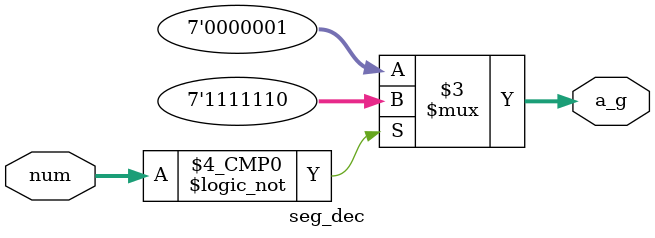
<source format=v>
`timescale 1ns/10ps
module  seg_dec(num, a_g);
input[3:0] num;
output[6:0] a_g;//

reg[6:0] a_g;
always@(num)begin
	case(num)
	4'd0:begin	a_g<=7'b111_1110;	end
	default:begin	a_g<=7'b000_0001;	end
	endcase
end
endmodule
</source>
